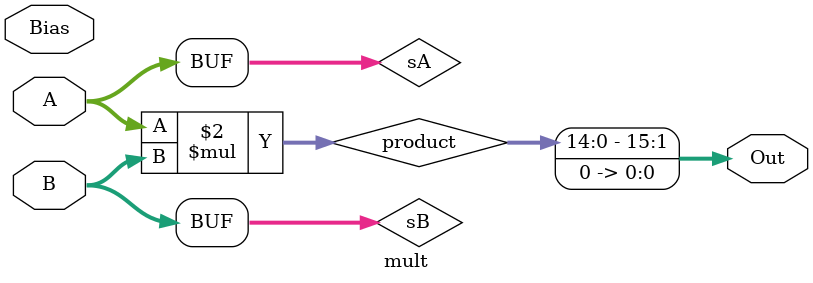
<source format=sv>
`timescale 1ns / 1ps


module mult#
(
    parameter IWIDTH = 8,
    parameter OWIDTH = 16
)    
    (
    input  logic [IWIDTH-1:0] A, B,Bias,             // Q1.7 inputs
    output logic [OWIDTH-1:0] Out              // Q1.15 output
);
    logic signed [IWIDTH-1:0] sA, sB;
    logic signed [OWIDTH-1:0] product;

    always_comb begin
        sA = A;
        sB = B;
        product = sA * sB;               // Q1.7 × Q1.7 = Q2.14
        Out = product <<< 1;            // Shift left 1 to get Q1.15 from Q2.14
    end
endmodule

</source>
